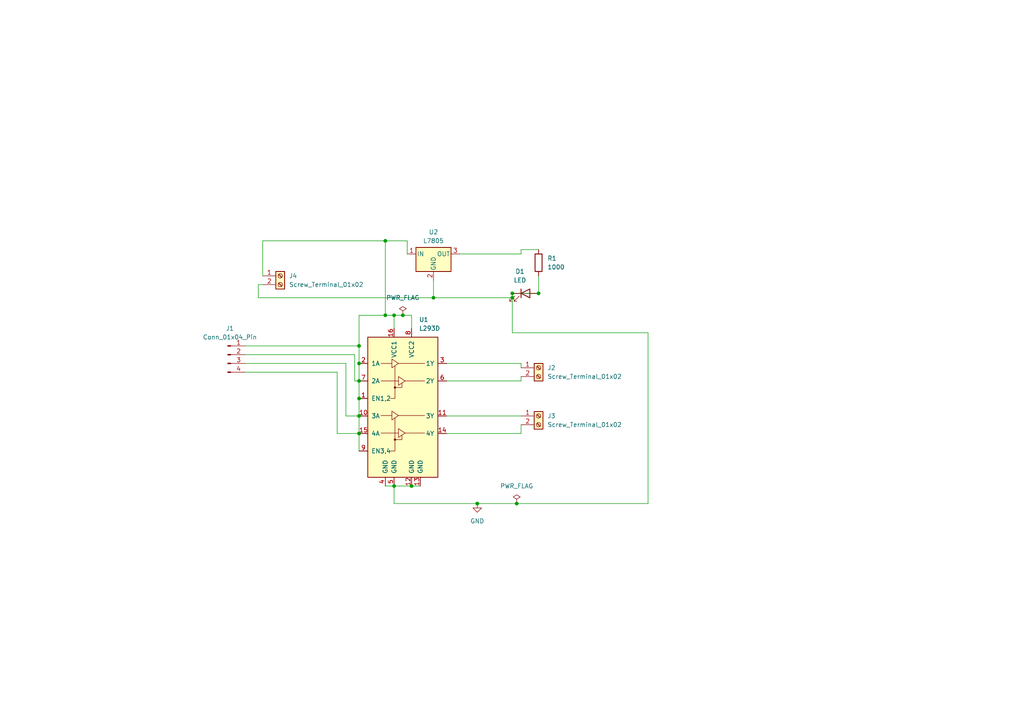
<source format=kicad_sch>
(kicad_sch (version 20250114) (generator "eeschema") (generator_version "9.0")
  (paper "A4")
  (lib_symbols
    (symbol "Connector:Conn_01x04_Pin" (pin_names (offset 1.016) (hide yes))
      (property "Reference" "J" (at 0 5.08 0))
      (property "Value" "Conn_01x04_Pin" (at 0 -7.62 0))
      (symbol "Conn_01x04_Pin_1_1"
        (rectangle (start 0.8636 2.667) (end 0 2.413) (stroke (width 0.1524)) (fill (type outline)))
        (rectangle (start 0.8636 0.127) (end 0 -0.127) (stroke (width 0.1524)) (fill (type outline)))
        (rectangle (start 0.8636 -2.413) (end 0 -2.667) (stroke (width 0.1524)) (fill (type outline)))
        (rectangle (start 0.8636 -4.953) (end 0 -5.207) (stroke (width 0.1524)) (fill (type outline)))
        (polyline (pts (xy 1.27 2.54) (xy 0.8636 2.54)) (stroke (width 0.1524)))
        (polyline (pts (xy 1.27 0) (xy 0.8636 0)) (stroke (width 0.1524)))
        (polyline (pts (xy 1.27 -2.54) (xy 0.8636 -2.54)) (stroke (width 0.1524)))
        (polyline (pts (xy 1.27 -5.08) (xy 0.8636 -5.08)) (stroke (width 0.1524)))
        (pin passive line (at 5.08 2.54 180) (length 3.81) (name "Pin_1") (number "1"))
        (pin passive line (at 5.08 0 180) (length 3.81) (name "Pin_2") (number "2"))
        (pin passive line (at 5.08 -2.54 180) (length 3.81) (name "Pin_3") (number "3"))
        (pin passive line (at 5.08 -5.08 180) (length 3.81) (name "Pin_4") (number "4"))
      )
    )
    (symbol "Connector:Screw_Terminal_01x02" (pin_names (offset 1.016) (hide yes))
      (property "Reference" "J" (at 0 2.54 0))
      (property "Value" "Screw_Terminal_01x02" (at 0 -5.08 0))
      (symbol "Screw_Terminal_01x02_1_1"
        (rectangle (start -1.27 1.27) (end 1.27 -3.81) (stroke (width 0.254)) (fill (type background)))
        (polyline (pts (xy -0.5334 0.3302) (xy 0.3302 -0.508)) (stroke (width 0.1524)))
        (polyline (pts (xy -0.5334 -2.2098) (xy 0.3302 -3.048)) (stroke (width 0.1524)))
        (polyline (pts (xy -0.3556 0.508) (xy 0.508 -0.3302)) (stroke (width 0.1524)))
        (polyline (pts (xy -0.3556 -2.032) (xy 0.508 -2.8702)) (stroke (width 0.1524)))
        (circle (center 0 0) (radius 0.635) (stroke (width 0.1524)))
        (circle (center 0 -2.54) (radius 0.635) (stroke (width 0.1524)))
        (pin passive line (at -5.08 0 0) (length 3.81) (name "Pin_1") (number "1"))
        (pin passive line (at -5.08 -2.54 0) (length 3.81) (name "Pin_2") (number "2"))
      )
    )
    (symbol "Device:LED" (pin_numbers (hide yes)) (pin_names (offset 1.016) (hide yes))
      (property "Reference" "D" (at 0 2.54 0))
      (property "Value" "LED" (at 0 -2.54 0))
      (symbol "LED_0_1"
        (polyline (pts (xy -3.048 -0.762) (xy -4.572 -2.286) (xy -3.81 -2.286) (xy -4.572 -2.286) (xy -4.572 -1.524)))
        (polyline (pts (xy -1.778 -0.762) (xy -3.302 -2.286) (xy -2.54 -2.286) (xy -3.302 -2.286) (xy -3.302 -1.524)))
        (polyline (pts (xy -1.27 0) (xy 1.27 0)))
        (polyline (pts (xy -1.27 -1.27) (xy -1.27 1.27)) (stroke (width 0.254)))
        (polyline (pts (xy 1.27 -1.27) (xy 1.27 1.27) (xy -1.27 0) (xy 1.27 -1.27)) (stroke (width 0.254)))
      )
      (symbol "LED_1_1"
        (pin passive line (at -3.81 0 0) (length 2.54) (name "K") (number "1"))
        (pin passive line (at 3.81 0 180) (length 2.54) (name "A") (number "2"))
      )
    )
    (symbol "Device:R" (pin_numbers (hide yes)) (pin_names (offset 0))
      (property "Reference" "R" (at 2.032 0 90))
      (property "Value" "R" (at 0 0 90))
      (symbol "R_0_1"
        (rectangle (start -1.016 -2.54) (end 1.016 2.54) (stroke (width 0.254)))
      )
      (symbol "R_1_1"
        (pin passive line (at 0 3.81 270) (length 1.27) (name "~") (number "1"))
        (pin passive line (at 0 -3.81 90) (length 1.27) (name "~") (number "2"))
      )
    )
    (symbol "Driver_Motor:L293D" (pin_names (offset 1.016))
      (property "Reference" "U" (at -5.08 26.035 0))
      (property "Value" "L293D" (at -5.08 24.13 0))
      (symbol "L293D_0_1"
        (rectangle (start -10.16 22.86) (end 10.16 -17.78) (stroke (width 0.254)) (fill (type background)))
        (polyline (pts (xy -6.35 15.24) (xy -3.175 15.24)))
        (polyline (pts (xy -6.35 10.16) (xy -1.27 10.16)))
        (polyline (pts (xy -6.35 0.127) (xy -3.175 0.127)))
        (polyline (pts (xy -6.35 -4.953) (xy -1.27 -4.953)))
        (polyline (pts (xy -3.175 16.51) (xy -3.175 13.97) (xy -1.27 15.24) (xy -3.175 16.51)))
        (polyline (pts (xy -3.175 1.397) (xy -3.175 -1.143) (xy -1.27 0.127) (xy -3.175 1.397)))
        (polyline (pts (xy -2.286 14.478) (xy -2.286 5.08) (xy -3.556 5.08)))
        (circle (center -2.286 8.255) (radius 0.254) (fill (type outline)))
        (polyline (pts (xy -2.286 8.255) (xy -0.254 8.255) (xy -0.254 9.525)))
        (polyline (pts (xy -2.286 -0.635) (xy -2.286 -10.16) (xy -3.556 -10.16)))
        (circle (center -2.286 -6.858) (radius 0.254) (fill (type outline)))
        (polyline (pts (xy -2.286 -6.858) (xy -0.254 -6.858) (xy -0.254 -5.588)))
        (polyline (pts (xy -1.27 15.24) (xy 6.35 15.24)))
        (polyline (pts (xy -1.27 11.43) (xy -1.27 8.89) (xy 0.635 10.16) (xy -1.27 11.43)))
        (polyline (pts (xy -1.27 0.127) (xy 6.35 0.127)))
        (polyline (pts (xy -1.27 -3.683) (xy -1.27 -6.223) (xy 0.635 -4.953) (xy -1.27 -3.683)))
        (polyline (pts (xy 0.635 10.16) (xy 6.35 10.16)))
        (polyline (pts (xy 0.635 -4.953) (xy 6.35 -4.953)))
      )
      (symbol "L293D_1_1"
        (pin input line (at -12.7 15.24 0) (length 2.54) (name "1A") (number "2"))
        (pin input line (at -12.7 10.16 0) (length 2.54) (name "2A") (number "7"))
        (pin input line (at -12.7 5.08 0) (length 2.54) (name "EN1,2") (number "1"))
        (pin input line (at -12.7 0 0) (length 2.54) (name "3A") (number "10"))
        (pin input line (at -12.7 -5.08 0) (length 2.54) (name "4A") (number "15"))
        (pin input line (at -12.7 -10.16 0) (length 2.54) (name "EN3,4") (number "9"))
        (pin power_in line (at -5.08 -20.32 90) (length 2.54) (name "GND") (number "4"))
        (pin power_in line (at -2.54 25.4 270) (length 2.54) (name "VCC1") (number "16"))
        (pin power_in line (at -2.54 -20.32 90) (length 2.54) (name "GND") (number "5"))
        (pin power_in line (at 2.54 25.4 270) (length 2.54) (name "VCC2") (number "8"))
        (pin power_in line (at 2.54 -20.32 90) (length 2.54) (name "GND") (number "12"))
        (pin power_in line (at 5.08 -20.32 90) (length 2.54) (name "GND") (number "13"))
        (pin output line (at 12.7 15.24 180) (length 2.54) (name "1Y") (number "3"))
        (pin output line (at 12.7 10.16 180) (length 2.54) (name "2Y") (number "6"))
        (pin output line (at 12.7 0 180) (length 2.54) (name "3Y") (number "11"))
        (pin output line (at 12.7 -5.08 180) (length 2.54) (name "4Y") (number "14"))
      )
    )
    (symbol "Regulator_Linear:L7805" (pin_names (offset 0.254))
      (property "Reference" "U" (at -3.81 3.175 0))
      (property "Value" "L7805" (at 0 3.175 0))
      (symbol "L7805_0_1"
        (rectangle (start -5.08 1.905) (end 5.08 -5.08) (stroke (width 0.254)) (fill (type background)))
      )
      (symbol "L7805_1_1"
        (pin power_in line (at -7.62 0 0) (length 2.54) (name "IN") (number "1"))
        (pin power_in line (at 0 -7.62 90) (length 2.54) (name "GND") (number "2"))
        (pin power_out line (at 7.62 0 180) (length 2.54) (name "OUT") (number "3"))
      )
    )
    (symbol "power:GND" (power) (pin_numbers (hide yes)) (pin_names (offset 0) (hide yes))
      (property "Value" "GND" (at 0 -3.81 0))
      (symbol "GND_0_1"
        (polyline (pts (xy 0 0) (xy 0 -1.27) (xy 1.27 -1.27) (xy 0 -2.54) (xy -1.27 -1.27) (xy 0 -1.27)))
      )
      (symbol "GND_1_1"
        (pin power_in line (at 0 0 270) (length 0) (name "~") (number "1"))
      )
    )
    (symbol "power:PWR_FLAG" (power) (pin_numbers (hide yes)) (pin_names (offset 0) (hide yes))
      (property "Value" "PWR_FLAG" (at 0 3.81 0))
      (symbol "PWR_FLAG_0_0"
        (pin power_out line (at 0 0 90) (length 0) (name "~") (number "1"))
      )
      (symbol "PWR_FLAG_0_1"
        (polyline (pts (xy 0 0) (xy 0 1.27) (xy -1.016 1.905) (xy 0 2.54) (xy 1.016 1.905) (xy 0 1.27)))
      )
    )
  )
  (junction (at 138.43 146.05))
  (junction (at 149.86 146.05))
  (junction (at 104.14 115.57))
  (junction (at 119.38 140.97))
  (junction (at 114.3 91.44))
  (junction (at 114.3 140.97))
  (junction (at 125.73 86.36))
  (junction (at 156.21 85.09))
  (junction (at 104.14 120.65))
  (junction (at 148.59 86.36))
  (junction (at 104.14 110.49))
  (junction (at 111.76 91.44))
  (junction (at 116.84 91.44))
  (junction (at 148.59 85.09))
  (junction (at 111.76 69.85))
  (junction (at 104.14 125.73))
  (junction (at 104.14 100.33))
  (junction (at 104.14 105.41))
  (wire (pts (xy 151.13 72.39) (xy 156.21 72.39)))
  (wire (pts (xy 187.96 146.05) (xy 149.86 146.05)))
  (wire (pts (xy 116.84 91.44) (xy 119.38 91.44)))
  (wire (pts (xy 111.76 69.85) (xy 111.76 91.44)))
  (wire (pts (xy 133.35 73.66) (xy 151.13 73.66)))
  (wire (pts (xy 71.12 102.87) (xy 102.87 102.87)))
  (wire (pts (xy 97.79 125.73) (xy 104.14 125.73)))
  (wire (pts (xy 114.3 140.97) (xy 119.38 140.97)))
  (wire (pts (xy 129.54 125.73) (xy 151.13 125.73)))
  (wire (pts (xy 71.12 107.95) (xy 97.79 107.95)))
  (wire (pts (xy 74.93 86.36) (xy 125.73 86.36)))
  (wire (pts (xy 104.14 115.57) (xy 104.14 120.65)))
  (wire (pts (xy 104.14 100.33) (xy 104.14 105.41)))
  (wire (pts (xy 104.14 105.41) (xy 104.14 110.49)))
  (wire (pts (xy 148.59 96.52) (xy 187.96 96.52)))
  (wire (pts (xy 119.38 140.97) (xy 121.92 140.97)))
  (wire (pts (xy 151.13 110.49) (xy 151.13 109.22)))
  (wire (pts (xy 104.14 91.44) (xy 104.14 100.33)))
  (wire (pts (xy 119.38 91.44) (xy 119.38 95.25)))
  (wire (pts (xy 129.54 110.49) (xy 151.13 110.49)))
  (wire (pts (xy 111.76 91.44) (xy 114.3 91.44)))
  (wire (pts (xy 129.54 120.65) (xy 151.13 120.65)))
  (wire (pts (xy 111.76 69.85) (xy 118.11 69.85)))
  (wire (pts (xy 118.11 69.85) (xy 118.11 73.66)))
  (wire (pts (xy 76.2 80.01) (xy 76.2 69.85)))
  (wire (pts (xy 114.3 146.05) (xy 114.3 140.97)))
  (wire (pts (xy 156.21 80.01) (xy 156.21 85.09)))
  (wire (pts (xy 102.87 110.49) (xy 104.14 110.49)))
  (wire (pts (xy 104.14 91.44) (xy 111.76 91.44)))
  (wire (pts (xy 187.96 96.52) (xy 187.96 146.05)))
  (wire (pts (xy 138.43 146.05) (xy 114.3 146.05)))
  (wire (pts (xy 100.33 105.41) (xy 100.33 120.65)))
  (wire (pts (xy 148.59 85.09) (xy 156.21 85.09)))
  (wire (pts (xy 148.59 86.36) (xy 148.59 96.52)))
  (wire (pts (xy 114.3 91.44) (xy 116.84 91.44)))
  (wire (pts (xy 111.76 140.97) (xy 114.3 140.97)))
  (wire (pts (xy 76.2 82.55) (xy 74.93 82.55)))
  (wire (pts (xy 71.12 100.33) (xy 104.14 100.33)))
  (wire (pts (xy 104.14 125.73) (xy 104.14 130.81)))
  (wire (pts (xy 151.13 125.73) (xy 151.13 123.19)))
  (wire (pts (xy 97.79 107.95) (xy 97.79 125.73)))
  (wire (pts (xy 74.93 82.55) (xy 74.93 86.36)))
  (wire (pts (xy 104.14 110.49) (xy 104.14 115.57)))
  (wire (pts (xy 76.2 69.85) (xy 111.76 69.85)))
  (wire (pts (xy 149.86 146.05) (xy 138.43 146.05)))
  (wire (pts (xy 151.13 73.66) (xy 151.13 72.39)))
  (wire (pts (xy 129.54 105.41) (xy 151.13 105.41)))
  (wire (pts (xy 71.12 105.41) (xy 100.33 105.41)))
  (wire (pts (xy 100.33 120.65) (xy 104.14 120.65)))
  (wire (pts (xy 125.73 86.36) (xy 148.59 86.36)))
  (wire (pts (xy 114.3 91.44) (xy 114.3 95.25)))
  (wire (pts (xy 148.59 85.09) (xy 148.59 86.36)))
  (wire (pts (xy 104.14 120.65) (xy 104.14 125.73)))
  (wire (pts (xy 125.73 86.36) (xy 125.73 81.28)))
  (wire (pts (xy 102.87 102.87) (xy 102.87 110.49)))
  (wire (pts (xy 151.13 105.41) (xy 151.13 106.68)))
  (symbol (lib_id "Connector:Conn_01x04_Pin") (at 66.04 102.87 0) (unit 1)
    (property "Reference" "J1" (at 66.675 95.25 0))
    (property "Value" "Conn_01x04_Pin" (at 66.675 97.79 0))
    (property "Footprint" "Connector_Molex:Molex_KK-254_AE-6410-04A_1x04_P2.54mm_Vertical" (effects (hide yes)))
    (property "Description" "Generic connector, single row, 01x04, script generated" (effects (hide yes)))
  )
  (symbol (lib_id "Connector:Screw_Terminal_01x02") (at 156.21 120.65 0) (unit 1)
    (property "Reference" "J3" (at 158.75 120.6499 0) (effects (justify left)))
    (property "Value" "Screw_Terminal_01x02" (at 158.75 123.1899 0) (effects (justify left)))
    (property "Footprint" "TerminalBlock_Phoenix:TerminalBlock_Phoenix_MKDS-1,5-2_1x02_P5.00mm_Horizontal" (effects (hide yes)))
    (property "Description" "Generic screw terminal, single row, 01x02, script generated (kicad-library-utils/schlib/autogen/connector/)" (effects (hide yes)))
  )
  (symbol (lib_id "power:PWR_FLAG") (at 149.86 146.05 0) (unit 1)
    (property "Reference" "#FLG01" (effects (hide yes)))
    (property "Value" "PWR_FLAG" (at 149.86 140.97 0))
    (property "Description" "Special symbol for telling ERC where power comes from" (effects (hide yes)))
  )
  (symbol (lib_id "power:PWR_FLAG") (at 116.84 91.44 0) (unit 1)
    (property "Reference" "#FLG02" (effects (hide yes)))
    (property "Value" "PWR_FLAG" (at 116.84 86.36 0))
    (property "Description" "Special symbol for telling ERC where power comes from" (effects (hide yes)))
  )
  (symbol (lib_id "Device:R") (at 156.21 76.2 0) (unit 1)
    (property "Reference" "R1" (at 158.75 74.9299 0) (effects (justify left)))
    (property "Value" "1000" (at 158.75 77.4699 0) (effects (justify left)))
    (property "Footprint" "Resistor_THT:R_Axial_DIN0207_L6.3mm_D2.5mm_P15.24mm_Horizontal" (effects (hide yes)))
    (property "Description" "Resistor" (effects (hide yes)))
  )
  (symbol (lib_id "Connector:Screw_Terminal_01x02") (at 81.28 80.01 0) (unit 1)
    (property "Reference" "J4" (at 83.82 80.0099 0) (effects (justify left)))
    (property "Value" "Screw_Terminal_01x02" (at 83.82 82.5499 0) (effects (justify left)))
    (property "Footprint" "TerminalBlock_Phoenix:TerminalBlock_Phoenix_MKDS-1,5-2_1x02_P5.00mm_Horizontal" (effects (hide yes)))
    (property "Description" "Generic screw terminal, single row, 01x02, script generated (kicad-library-utils/schlib/autogen/connector/)" (effects (hide yes)))
  )
  (symbol (lib_id "Regulator_Linear:L7805") (at 125.73 73.66 0) (unit 1)
    (property "Reference" "U2" (at 125.73 67.31 0))
    (property "Value" "L7805" (at 125.73 69.85 0))
    (property "Footprint" "Package_TO_SOT_SMD:TO-252-3_TabPin2" (effects (hide yes)))
    (property "Datasheet" "http://www.st.com/content/ccc/resource/technical/document/datasheet/41/4f/b3/b0/12/d4/47/88/CD00000444.pdf/files/CD00000444.pdf/jcr:content/translations/en.CD00000444.pdf" (effects (hide yes)))
    (property "Description" "Positive 1.5A 35V Linear Regulator, Fixed Output 5V, TO-220/TO-263/TO-252" (effects (hide yes)))
  )
  (symbol (lib_id "Device:LED") (at 152.4 85.09 0) (unit 1)
    (property "Reference" "D1" (at 150.8125 78.74 0))
    (property "Value" "LED" (at 150.8125 81.28 0))
    (property "Footprint" "LED_THT:LED_VCCLite_5381H7_6.35x6.35mm" (effects (hide yes)))
    (property "Description" "Light emitting diode" (effects (hide yes)))
    (property "Sim.Pins" "1=K 2=A" (effects (hide yes)))
  )
  (symbol (lib_id "power:GND") (at 138.43 146.05 0) (unit 1)
    (property "Reference" "#PWR01" (effects (hide yes)))
    (property "Value" "GND" (at 138.43 151.13 0))
    (property "Description" "Power symbol creates a global label with name \"GND\" , ground" (effects (hide yes)))
  )
  (symbol (lib_id "Driver_Motor:L293D") (at 116.84 120.65 0) (unit 1)
    (property "Reference" "U1" (at 121.5233 92.71 0) (effects (justify left)))
    (property "Value" "L293D" (at 121.5233 95.25 0) (effects (justify left)))
    (property "Footprint" "Package_DIP:DIP-16_W7.62mm" (effects (hide yes)))
    (property "Datasheet" "http://www.ti.com/lit/ds/symlink/l293.pdf" (effects (hide yes)))
    (property "Description" "Quadruple Half-H Drivers" (effects (hide yes)))
  )
  (symbol (lib_id "Connector:Screw_Terminal_01x02") (at 156.21 106.68 0) (unit 1)
    (property "Reference" "J2" (at 158.75 106.6799 0) (effects (justify left)))
    (property "Value" "Screw_Terminal_01x02" (at 158.75 109.2199 0) (effects (justify left)))
    (property "Footprint" "TerminalBlock_Phoenix:TerminalBlock_Phoenix_MKDS-1,5-2_1x02_P5.00mm_Horizontal" (effects (hide yes)))
    (property "Description" "Generic screw terminal, single row, 01x02, script generated (kicad-library-utils/schlib/autogen/connector/)" (effects (hide yes)))
  )
)
</source>
